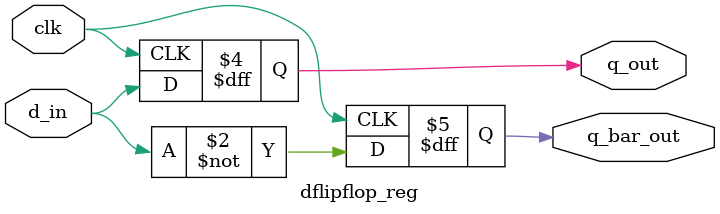
<source format=v>
module dflipflop_reg(d_in,clk,q_out,q_bar_out);
input d_in, clk;
output q_out,q_bar_out;
reg q_out,q_bar_out;
 initial 
  begin
    q_out=1'b0;
	 q_bar_out=1'b1;
  end
  
 always@(posedge clk)
   begin
	 q_out=d_in;
	 q_bar_out=~q_out;
	 end
	 
endmodule

</source>
